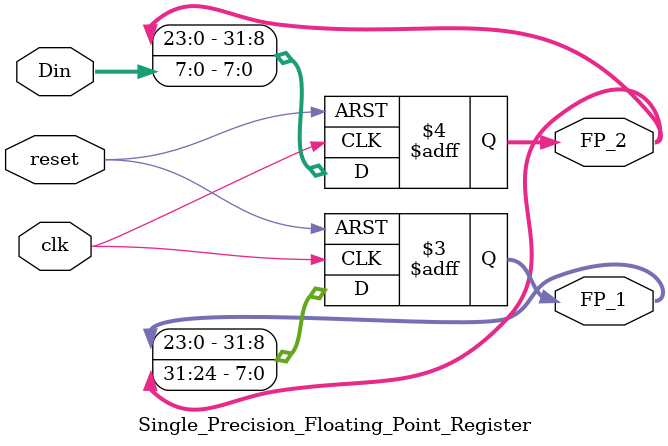
<source format=v>
module Single_Precision_Floating_Point_Register(clk, reset, Din, FP_1, FP_2);
input clk, reset;
input[7:0] Din;
output[31:0] FP_1, FP_2;
reg[31:0] FP_1, FP_2;

always@(posedge clk, negedge reset)
	if(!reset)
		begin
			FP_1 <= 32'd0;
			FP_2 <= 32'd0;
		end
	else
		begin
			FP_2[7:0]   <= Din;
			FP_2[15:8]  <= FP_2[7:0];
			FP_2[23:16] <= FP_2[15:8];
			FP_2[31:24] <= FP_2[23:16];
			FP_1[7:0]   <= FP_2[31:24];
			FP_1[15:8]  <= FP_1[7:0];
			FP_1[23:16] <= FP_1[15:8];
			FP_1[31:24] <= FP_1[23:16];
		end
		
endmodule
</source>
